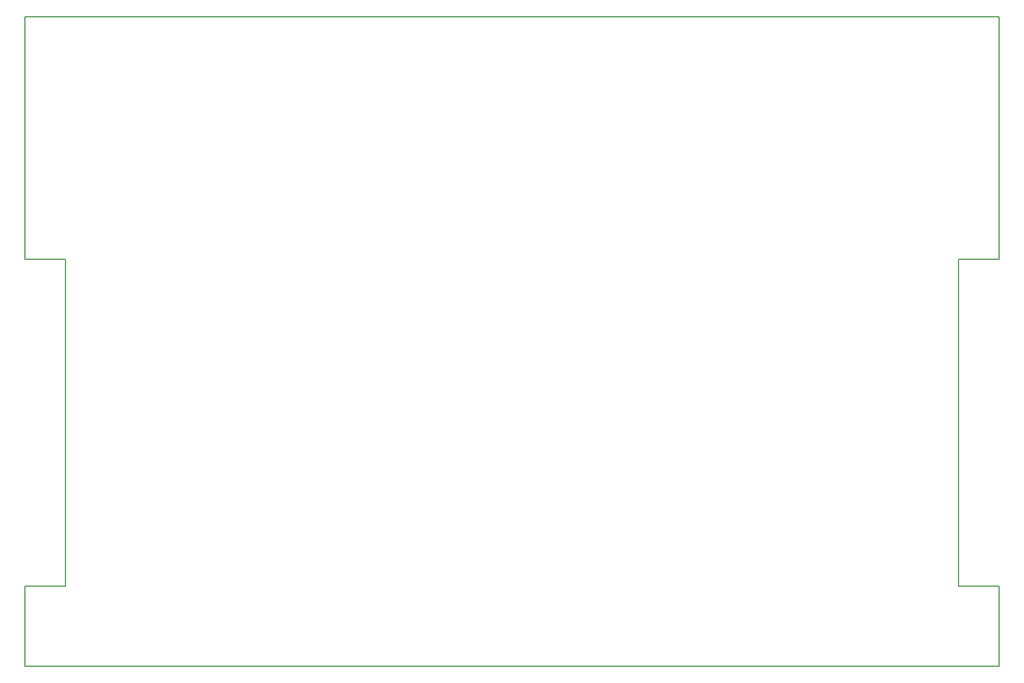
<source format=gbr>
G04 DipTrace 2.4.0.2*
%INBoardOutline.gbr*%
%MOIN*%
%ADD11C,0.006*%
%FSLAX44Y44*%
G04*
G70*
G90*
G75*
G01*
%LNBoardOutline*%
%LPD*%
X3940Y3940D2*
D11*
Y8877D1*
X6440D1*
Y29003D1*
X3940D1*
Y43940D1*
X63940D1*
Y29003D1*
X61440D1*
Y8877D1*
X63940D1*
Y3940D1*
X3940D1*
M02*

</source>
